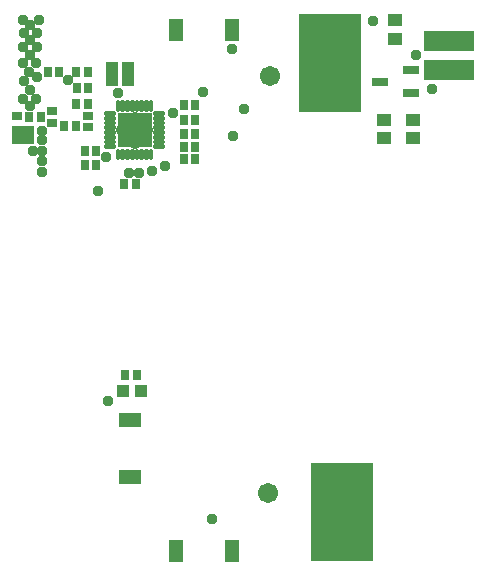
<source format=gbr>
G04 EAGLE Gerber RS-274X export*
G75*
%MOMM*%
%FSLAX34Y34*%
%LPD*%
%INSoldermask Top*%
%IPPOS*%
%AMOC8*
5,1,8,0,0,1.08239X$1,22.5*%
G01*
G04 Define Apertures*
%ADD10R,0.763200X0.832300*%
%ADD11R,0.832300X0.763200*%
%ADD12R,1.173400X1.124100*%
%ADD13R,1.323400X0.792300*%
%ADD14R,0.738300X0.847200*%
%ADD15R,4.203200X1.703200*%
%ADD16R,1.003200X1.003200*%
%ADD17C,1.703200*%
%ADD18R,1.903200X1.503200*%
%ADD19R,0.853200X0.703200*%
%ADD20C,0.342719*%
%ADD21R,3.003200X3.003200*%
%ADD22C,0.911200*%
%ADD23R,1.078200X0.978200*%
%ADD24R,1.903200X1.203200*%
%ADD25R,1.203200X1.903200*%
%ADD26R,5.283200X8.333200*%
%ADD27C,0.959600*%
D10*
X-107986Y158450D03*
X-98294Y158450D03*
X-107603Y172270D03*
X-97911Y172270D03*
X-16896Y111840D03*
X-7204Y111840D03*
X-16896Y122000D03*
X-7204Y122000D03*
X-16896Y133430D03*
X-7204Y133430D03*
X-17166Y157910D03*
X-7474Y157910D03*
X-16896Y144860D03*
X-7204Y144860D03*
D11*
X-98330Y148516D03*
X-98330Y138824D03*
X-128270Y142824D03*
X-128270Y152516D03*
D12*
X177150Y129374D03*
X177150Y144866D03*
D10*
X-132086Y185690D03*
X-122394Y185690D03*
D12*
X161580Y229376D03*
X161580Y213884D03*
X152400Y129374D03*
X152400Y144866D03*
D10*
X-91154Y119000D03*
X-100846Y119000D03*
X-91154Y107000D03*
X-100846Y107000D03*
D13*
X175020Y167950D03*
X175020Y186950D03*
X149020Y177450D03*
D14*
X-118375Y139590D03*
X-108225Y139590D03*
D15*
X207820Y212010D03*
X207820Y187430D03*
D14*
X-57345Y90550D03*
X-67495Y90550D03*
X-148315Y147590D03*
X-138165Y147590D03*
X-97845Y185690D03*
X-107995Y185690D03*
D16*
X-53600Y-84800D03*
X-68600Y-84800D03*
D14*
X-57017Y-71267D03*
X-67167Y-71267D03*
D17*
X55650Y181820D03*
X53900Y-170900D03*
D18*
X-153289Y132011D03*
D19*
X-158489Y148011D03*
D20*
X-72387Y119103D02*
X-72387Y112497D01*
X-72993Y112497D01*
X-72993Y119103D01*
X-72387Y119103D01*
X-72387Y115753D02*
X-72993Y115753D01*
X-72993Y119009D02*
X-72387Y119009D01*
X-68387Y119103D02*
X-68387Y112497D01*
X-68993Y112497D01*
X-68993Y119103D01*
X-68387Y119103D01*
X-68387Y115753D02*
X-68993Y115753D01*
X-68993Y119009D02*
X-68387Y119009D01*
X-64387Y119103D02*
X-64387Y112497D01*
X-64993Y112497D01*
X-64993Y119103D01*
X-64387Y119103D01*
X-64387Y115753D02*
X-64993Y115753D01*
X-64993Y119009D02*
X-64387Y119009D01*
X-60387Y119103D02*
X-60387Y112497D01*
X-60993Y112497D01*
X-60993Y119103D01*
X-60387Y119103D01*
X-60387Y115753D02*
X-60993Y115753D01*
X-60993Y119009D02*
X-60387Y119009D01*
X-56387Y119103D02*
X-56387Y112497D01*
X-56993Y112497D01*
X-56993Y119103D01*
X-56387Y119103D01*
X-56387Y115753D02*
X-56993Y115753D01*
X-56993Y119009D02*
X-56387Y119009D01*
X-52387Y119103D02*
X-52387Y112497D01*
X-52993Y112497D01*
X-52993Y119103D01*
X-52387Y119103D01*
X-52387Y115753D02*
X-52993Y115753D01*
X-52993Y119009D02*
X-52387Y119009D01*
X-48387Y119103D02*
X-48387Y112497D01*
X-48993Y112497D01*
X-48993Y119103D01*
X-48387Y119103D01*
X-48387Y115753D02*
X-48993Y115753D01*
X-48993Y119009D02*
X-48387Y119009D01*
X-44387Y119103D02*
X-44387Y112497D01*
X-44993Y112497D01*
X-44993Y119103D01*
X-44387Y119103D01*
X-44387Y115753D02*
X-44993Y115753D01*
X-44993Y119009D02*
X-44387Y119009D01*
X-41473Y122623D02*
X-34867Y122623D01*
X-34867Y122017D01*
X-41473Y122017D01*
X-41473Y122623D01*
X-41473Y126623D02*
X-34867Y126623D01*
X-34867Y126017D01*
X-41473Y126017D01*
X-41473Y126623D01*
X-41473Y130623D02*
X-34867Y130623D01*
X-34867Y130017D01*
X-41473Y130017D01*
X-41473Y130623D01*
X-41473Y134623D02*
X-34867Y134623D01*
X-34867Y134017D01*
X-41473Y134017D01*
X-41473Y134623D01*
X-41473Y138623D02*
X-34867Y138623D01*
X-34867Y138017D01*
X-41473Y138017D01*
X-41473Y138623D01*
X-41473Y142623D02*
X-34867Y142623D01*
X-34867Y142017D01*
X-41473Y142017D01*
X-41473Y142623D01*
X-41473Y146623D02*
X-34867Y146623D01*
X-34867Y146017D01*
X-41473Y146017D01*
X-41473Y146623D01*
X-41473Y150623D02*
X-34867Y150623D01*
X-34867Y150017D01*
X-41473Y150017D01*
X-41473Y150623D01*
X-44387Y153537D02*
X-44387Y160143D01*
X-44387Y153537D02*
X-44993Y153537D01*
X-44993Y160143D01*
X-44387Y160143D01*
X-44387Y156793D02*
X-44993Y156793D01*
X-44993Y160049D02*
X-44387Y160049D01*
X-48387Y160143D02*
X-48387Y153537D01*
X-48993Y153537D01*
X-48993Y160143D01*
X-48387Y160143D01*
X-48387Y156793D02*
X-48993Y156793D01*
X-48993Y160049D02*
X-48387Y160049D01*
X-52387Y160143D02*
X-52387Y153537D01*
X-52993Y153537D01*
X-52993Y160143D01*
X-52387Y160143D01*
X-52387Y156793D02*
X-52993Y156793D01*
X-52993Y160049D02*
X-52387Y160049D01*
X-56387Y160143D02*
X-56387Y153537D01*
X-56993Y153537D01*
X-56993Y160143D01*
X-56387Y160143D01*
X-56387Y156793D02*
X-56993Y156793D01*
X-56993Y160049D02*
X-56387Y160049D01*
X-60387Y160143D02*
X-60387Y153537D01*
X-60993Y153537D01*
X-60993Y160143D01*
X-60387Y160143D01*
X-60387Y156793D02*
X-60993Y156793D01*
X-60993Y160049D02*
X-60387Y160049D01*
X-64387Y160143D02*
X-64387Y153537D01*
X-64993Y153537D01*
X-64993Y160143D01*
X-64387Y160143D01*
X-64387Y156793D02*
X-64993Y156793D01*
X-64993Y160049D02*
X-64387Y160049D01*
X-68387Y160143D02*
X-68387Y153537D01*
X-68993Y153537D01*
X-68993Y160143D01*
X-68387Y160143D01*
X-68387Y156793D02*
X-68993Y156793D01*
X-68993Y160049D02*
X-68387Y160049D01*
X-72387Y160143D02*
X-72387Y153537D01*
X-72993Y153537D01*
X-72993Y160143D01*
X-72387Y160143D01*
X-72387Y156793D02*
X-72993Y156793D01*
X-72993Y160049D02*
X-72387Y160049D01*
X-75907Y150623D02*
X-82513Y150623D01*
X-75907Y150623D02*
X-75907Y150017D01*
X-82513Y150017D01*
X-82513Y150623D01*
X-82513Y146623D02*
X-75907Y146623D01*
X-75907Y146017D01*
X-82513Y146017D01*
X-82513Y146623D01*
X-82513Y142623D02*
X-75907Y142623D01*
X-75907Y142017D01*
X-82513Y142017D01*
X-82513Y142623D01*
X-82513Y138623D02*
X-75907Y138623D01*
X-75907Y138017D01*
X-82513Y138017D01*
X-82513Y138623D01*
X-82513Y134623D02*
X-75907Y134623D01*
X-75907Y134017D01*
X-82513Y134017D01*
X-82513Y134623D01*
X-82513Y130623D02*
X-75907Y130623D01*
X-75907Y130017D01*
X-82513Y130017D01*
X-82513Y130623D01*
X-82513Y126623D02*
X-75907Y126623D01*
X-75907Y126017D01*
X-82513Y126017D01*
X-82513Y126623D01*
X-82513Y122623D02*
X-75907Y122623D01*
X-75907Y122017D01*
X-82513Y122017D01*
X-82513Y122623D01*
D21*
X-58690Y136320D03*
D22*
X-58690Y136320D03*
X-58690Y147820D03*
X-70190Y136320D03*
X-58690Y124820D03*
X-47190Y136320D03*
D23*
X-77389Y178968D03*
X-64649Y178968D03*
X-64649Y188708D03*
X-77389Y188708D03*
D24*
X-62220Y-157070D03*
X-62220Y-109070D03*
D25*
X-24000Y220980D03*
X24000Y220980D03*
X-24000Y-220000D03*
X24000Y-220000D03*
D26*
X107000Y193000D03*
X117000Y-187000D03*
D27*
X-73000Y168000D03*
X-153000Y230000D03*
X-140000Y230000D03*
X-152000Y219000D03*
X-141000Y219000D03*
X-153000Y207000D03*
X-141000Y207000D03*
X-147000Y213000D03*
X-147000Y225000D03*
X-147000Y200000D03*
X-153000Y193000D03*
X-142000Y193000D03*
X-148000Y186000D03*
X-152000Y178000D03*
X-141000Y181000D03*
X-147000Y170000D03*
X-153000Y163000D03*
X-142000Y163000D03*
X-147000Y157000D03*
X-137000Y136000D03*
X-137000Y128000D03*
X-137000Y119000D03*
X-145000Y119000D03*
X-137000Y110000D03*
X-137000Y101000D03*
X34000Y154000D03*
X25000Y131000D03*
X-83000Y114000D03*
X143000Y229000D03*
X193000Y171000D03*
X180000Y200000D03*
X-33000Y106000D03*
X-90000Y85000D03*
X-26000Y151000D03*
X-80824Y-92958D03*
X-44000Y102000D03*
X-54605Y100000D03*
X24000Y205000D03*
X-63693Y100307D03*
X7000Y-193000D03*
X-115000Y179000D03*
X-1000Y169000D03*
M02*

</source>
